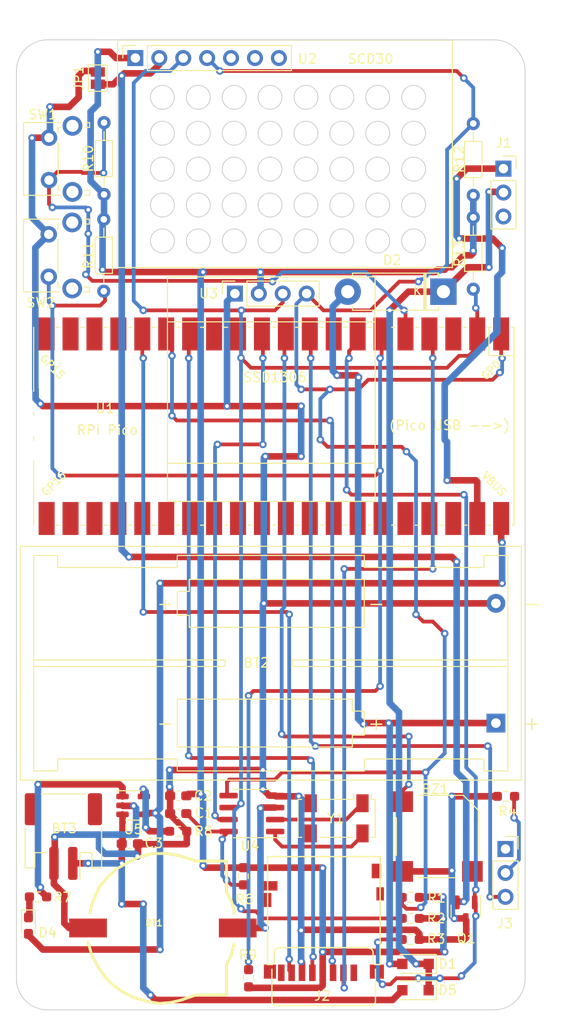
<source format=kicad_pcb>
(kicad_pcb (version 20211014) (generator pcbnew)
  (layers (0 "F.Cu" signal) (31 "B.Cu" signal) (34 "B.Paste" user) (35 "F.Paste" user) (36 "B.SilkS" user "B.Silkscreen") (37 "F.SilkS" user "F.Silkscreen") (38 "B.Mask" user) (39 "F.Mask" user) (44 "Edge.Cuts" user))
  (net 0 "")
  (net 2 "BUZZER")
  (net 6 "SD_CS")
  (net 7 "MOSI")
  (net 31 "+3V3")
  (net 32 "GND")
  (net 33 "SCK")
  (net 34 "MISO")
  (net 36 "Net-(J3-Pad2)")
  (net 37 "WRITE_EN")
  (net 38 "SCD30_EN")
  (net 39 "SCD30_GND")
  (net 40 "BUT_A")
  (net 41 "BUT_B")
  (net 42 "Net-(U4-Pad1)")
  (net 43 "Net-(U4-Pad2)")
  (net 46 "Net-(BT1-Pad1)")
  (net 47 "VSYS")
  (net 48 "SDA")
  (net 49 "SCL")
  (net 52 "RTC_INT")
  (net 53 "VBAT_AAA")
  (net 54 "VBAT_LIPO")
  (net 55 "Net-(C1-Pad1)")
  (net 56 "Net-(D4-Pad1)")
  (net 57 "VBUS")
  (net 58 "Net-(R7-Pad2)")
  (net 59 "Net-(R8-Pad1)")
  (net 63 "Net-(D1-Pad1)")
  (footprint "picoco2:DM3D-SF_outline" (layer "F.Cu") (at 32.6136 98.113)
    (fp_text reference "J2")
    (fp_text value "Micro_SD_Card" hide)
  )
  (footprint "Package_SO:SOIC-8_3.9x4.9mm_P1.27mm" (layer "F.Cu") (at 24.9936 82.0928 180)
    (fp_text reference "U4")
    (fp_text value "PCF8523T")
  )
  (footprint "Capacitor_SMD:C_0603_1608Metric_Pad1.08x0.95mm_HandSolder" (layer "F.Cu") (at 17.1704 80.2132 180)
    (fp_text reference "C2")
    (fp_text value "10uF")
  )
  (footprint "Resistor_THT:R_Axial_DIN0204_L3.6mm_D1.6mm_P7.62mm_Horizontal" (layer "F.Cu") (at 48.5 18.8368 -90)
    (fp_text reference "R13")
    (fp_text value "4.7K")
  )
  (footprint "Connector_PinSocket_2.54mm:PinSocket_1x03_P2.54mm_Vertical" (layer "F.Cu") (at 51.9172 85.852)
    (fp_text reference "J3")
    (fp_text value "Conn_01x03_Female")
  )
  (footprint "Capacitor_SMD:C_0603_1608Metric_Pad1.08x0.95mm_HandSolder" (layer "F.Cu") (at 17.1704 82.0928 180)
    (fp_text reference "C1")
    (fp_text value "10uF")
  )
  (footprint "MountingHole:MountingHole_3.2mm_M3" (layer "F.Cu") (at 50.5 3.4)
    (fp_text reference "H3" hide)
    (fp_text value "MountingHole")
  )
  (footprint "Battery:BatteryHolder_Keystone_2468_2xAAA" (layer "F.Cu") (at 50.9016 72.4916 180)
    (fp_text reference "BT2")
    (fp_text value "Battery")
  )
  (footprint "Button_Switch_THT:SW_Tactile_SPST_Angled_PTS645Vx31-2LFS" (layer "F.Cu") (at 3.4265 25.135 90)
    (fp_text reference "SW2")
    (fp_text value "SW_Push")
  )
  (footprint "MountingHole:MountingHole_3.2mm_M3" (layer "F.Cu") (at 50.5 99.4)
    (fp_text reference "H1" hide)
    (fp_text value "MountingHole")
  )
  (footprint "Resistor_SMD:R_0603_1608Metric_Pad0.98x0.95mm_HandSolder" (layer "F.Cu") (at 41.8592 95.4532)
    (fp_text reference "R3")
    (fp_text value "10K")
  )
  (footprint "picoco2:ssd1306_a" (layer "F.Cu") (at 23.19 26.924 90)
    (fp_text reference "U3")
    (fp_text value "ssd1306")
  )
  (footprint "Resistor_THT:R_Axial_DIN0204_L3.6mm_D1.6mm_P7.62mm_Horizontal" (layer "F.Cu") (at 9.271 19.05 -90)
    (fp_text reference "R11")
    (fp_text value "10K")
  )
  (footprint "Resistor_SMD:R_0603_1608Metric_Pad0.98x0.95mm_HandSolder" (layer "F.Cu") (at 17.1704 83.9724)
    (fp_text reference "R8")
    (fp_text value "10K")
  )
  (footprint "Package_TO_SOT_SMD:SOT-23" (layer "F.Cu") (at 47.7012 92.456 -90)
    (fp_text reference "Q1")
    (fp_text value "Q_NMOS_GDS")
  )
  (footprint "Resistor_SMD:R_0603_1608Metric_Pad0.98x0.95mm_HandSolder" (layer "F.Cu") (at 24.638 99.568 90)
    (fp_text reference "R9")
    (fp_text value "10K")
  )
  (footprint "Resistor_SMD:R_0603_1608Metric_Pad0.98x0.95mm_HandSolder" (layer "F.Cu") (at 24.0792 88.7476 90)
    (fp_text reference "R6")
    (fp_text value "1K")
  )
  (footprint "Package_TO_SOT_SMD:SOT-23-5" (layer "F.Cu") (at 12.3952 81.2292)
    (fp_text reference "U5")
    (fp_text value "MCP73831-2-OT")
  )
  (footprint "Diode_SMD:D_SOD-123F" (layer "F.Cu") (at 42.3672 98.044 180)
    (fp_text reference "D1")
    (fp_text value "D")
  )
  (footprint "Resistor_SMD:R_0603_1608Metric_Pad0.98x0.95mm_HandSolder" (layer "F.Cu") (at 2.286 90.932)
    (fp_text reference "R7")
    (fp_text value "1K")
  )
  (footprint "Resistor_THT:R_Axial_DIN0204_L3.6mm_D1.6mm_P7.62mm_Horizontal" (layer "F.Cu") (at 9.2964 16.4084 90)
    (fp_text reference "R10")
    (fp_text value "10K")
  )
  (footprint "Connector_JST:JST_PH_S2B-PH-SM4-TB_1x02-1MP_P2.00mm_Horizontal" (layer "F.Cu") (at 4.9784 84.5312 180)
    (fp_text reference "BT3")
    (fp_text value "Battery")
  )
  (footprint "picoco2:CR1220-2" (layer "F.Cu") (at 15.1998 94.2348)
    (fp_text reference "BT1")
    (fp_text value "CR1220")
  )
  (footprint "MountingHole:MountingHole_3.2mm_M3" (layer "F.Cu") (at 3.4 3.4)
    (fp_text reference "H2" hide)
    (fp_text value "MountingHole")
  )
  (footprint "RPi_Pico:RPi_PicoW_SMD" (layer "F.Cu") (at 27.3304 40.9956 -90)
    (fp_text reference "U1")
    (fp_text value "PicoW")
  )
  (footprint "Resistor_SMD:R_0603_1608Metric_Pad0.98x0.95mm_HandSolder" (layer "F.Cu") (at 51.9684 80.264 180)
    (fp_text reference "R4")
    (fp_text value "R")
  )
  (footprint "Connector_PinSocket_2.54mm:PinSocket_1x03_P2.54mm_Vertical" (layer "F.Cu") (at 51.7006 13.6642)
    (fp_text reference "J1")
    (fp_text value "Conn_01x03_Female")
  )
  (footprint "Resistor_SMD:R_0603_1608Metric_Pad0.98x0.95mm_HandSolder" (layer "F.Cu") (at 41.8592 90.9828 180)
    (fp_text reference "R1")
    (fp_text value "4.7K")
  )
  (footprint "Capacitor_SMD:C_0603_1608Metric_Pad1.08x0.95mm_HandSolder" (layer "F.Cu") (at 12.0396 85.2932)
    (fp_text reference "C3")
    (fp_text value "10uF")
  )
  (footprint "Jumper:SolderJumper-2_P1.3mm_Open_Pad1.0x1.5mm" (layer "F.Cu") (at 8.636 4.064 -90)
    (fp_text reference "JP1")
    (fp_text value "SolderJumper_2_Open")
  )
  (footprint "Resistor_SMD:R_0603_1608Metric_Pad0.98x0.95mm_HandSolder" (layer "F.Cu") (at 41.8592 93.218 180)
    (fp_text reference "R2")
    (fp_text value "4.7K")
  )
  (footprint "LED_SMD:LED_0603_1608Metric_Pad1.05x0.95mm_HandSolder" (layer "F.Cu") (at 1.27 93.98 -90)
    (fp_text reference "D4")
    (fp_text value "LED")
  )
  (footprint "Buzzer_Beeper:MagneticBuzzer_Kobitone_254-EMB84Q-RO" (layer "F.Cu") (at 44.704 84.5312)
    (fp_text reference "BZ1")
    (fp_text value "Buzzer")
  )
  (footprint "Crystal:Crystal_SMD_Abracon_ABS25-4Pin_8.0x3.8mm" (layer "F.Cu") (at 33.9852 82.6008 -90)
    (fp_text reference "Y1")
    (fp_text value "32KHz")
  )
  (footprint "Button_Switch_THT:SW_Tactile_SPST_Angled_PTS645Vx31-2LFS" (layer "F.Cu") (at 3.4544 14.8844 90)
    (fp_text reference "SW1")
    (fp_text value "SW_Push")
  )
  (footprint "Resistor_THT:R_Axial_DIN0204_L3.6mm_D1.6mm_P7.62mm_Horizontal" (layer "F.Cu") (at 48.5 16.5 90)
    (fp_text reference "R12")
    (fp_text value "4.7K")
  )
  (footprint "MountingHole:MountingHole_3.2mm_M3" (layer "F.Cu") (at 3.4 99.4)
    (fp_text reference "H4" hide)
    (fp_text value "MountingHole")
  )
  (footprint "picoco2:scd30_a" (layer "F.Cu") (at 12.6238 1.9304 90)
    (fp_text reference "U2")
    (fp_text value "scd30")
  )
  (footprint "Diode_SMD:D_SOD-123F" (layer "F.Cu") (at 42.3672 100.838 180)
    (fp_text reference "D5")
    (fp_text value "D")
  )
  (footprint "Diode_THT:D_5W_P10.16mm_Horizontal" (layer "F.Cu") (at 45.33 26.7208 180)
    (fp_text reference "D2")
    (fp_text value "D")
  )
  (gr_circle (center 38.354 9.906) (end 38.354 11.176) (layer "Edge.Cuts") (width 0.1) (fill none))
  (gr_circle (center 15.494 21.336) (end 15.494 22.606) (layer "Edge.Cuts") (width 0.1) (fill none))
  (gr_circle (center 26.924 17.526) (end 26.924 18.796) (layer "Edge.Cuts") (width 0.1) (fill none))
  (gr_circle (center 23.114 13.716) (end 23.114 14.986) (layer "Edge.Cuts") (width 0.1) (fill none))
  (gr_arc (start 50.698 0) (mid 53.032867 0.967133) (end 54 3.302) (layer "Edge.Cuts") (width 0.1))
  (gr_circle (center 15.494 13.716) (end 15.494 14.986) (layer "Edge.Cuts") (width 0.1) (fill none))
  (gr_circle (center 26.924 21.336) (end 26.924 22.606) (layer "Edge.Cuts") (width 0.1) (fill none))
  (gr_circle (center 15.494 17.526) (end 15.494 18.796) (layer "Edge.Cuts") (width 0.1) (fill none))
  (gr_circle (center 30.734 9.906) (end 30.734 11.176) (layer "Edge.Cuts") (width 0.1) (fill none))
  (gr_circle (center 15.494 9.906) (end 15.494 11.176) (layer "Edge.Cuts") (width 0.1) (fill none))
  (gr_circle (center 42.164 9.906) (end 42.164 11.176) (layer "Edge.Cuts") (width 0.1) (fill none))
  (gr_line (start 50.698 0) (end 3.300067 -0.001933) (layer "Edge.Cuts") (width 0.1))
  (gr_circle (center 19.304 6.096) (end 19.304 7.366) (layer "Edge.Cuts") (width 0.1) (fill none))
  (gr_circle (center 30.734 21.336) (end 30.734 22.606) (layer "Edge.Cuts") (width 0.1) (fill none))
  (gr_circle (center 30.734 6.096) (end 30.734 7.366) (layer "Edge.Cuts") (width 0.1) (fill none))
  (gr_circle (center 42.164 17.526) (end 42.164 18.796) (layer "Edge.Cuts") (width 0.1) (fill none))
  (gr_circle (center 23.114 21.336) (end 23.114 22.606) (layer "Edge.Cuts") (width 0.1) (fill none))
  (gr_circle (center 34.544 17.526) (end 34.544 18.796) (layer "Edge.Cuts") (width 0.1) (fill none))
  (gr_circle (center 34.544 13.716) (end 34.544 14.986) (layer "Edge.Cuts") (width 0.1) (fill none))
  (gr_circle (center 34.544 21.336) (end 34.544 22.606) (layer "Edge.Cuts") (width 0.1) (fill none))
  (gr_line (start -0.001933 3.300067) (end 0 99.6188) (layer "Edge.Cuts") (width 0.1))
  (gr_circle (center 19.304 17.526) (end 19.304 18.796) (layer "Edge.Cuts") (width 0.1) (fill none))
  (gr_circle (center 26.924 13.716) (end 26.924 14.986) (layer "Edge.Cuts") (width 0.1) (fill none))
  (gr_circle (center 34.544 6.096) (end 34.544 7.366) (layer "Edge.Cuts") (width 0.1) (fill none))
  (gr_circle (center 42.164 21.336) (end 42.164 22.606) (layer "Edge.Cuts") (width 0.1) (fill none))
  (gr_circle (center 23.114 17.526) (end 23.114 18.796) (layer "Edge.Cuts") (width 0.1) (fill none))
  (gr_circle (center 26.924 6.096) (end 26.924 7.366) (layer "Edge.Cuts") (width 0.1) (fill none))
  (gr_circle (center 42.164 13.716) (end 42.164 14.986) (layer "Edge.Cuts") (width 0.1) (fill none))
  (gr_line (start 3.302 102.9208) (end 50.708333 102.9208) (layer "Edge.Cuts") (width 0.1))
  (gr_circle (center 30.734 13.716) (end 30.734 14.986) (layer "Edge.Cuts") (width 0.1) (fill none))
  (gr_circle (center 19.304 9.906) (end 19.304 11.176) (layer "Edge.Cuts") (width 0.1) (fill none))
  (gr_circle (center 30.734 17.526) (end 30.734 18.796) (layer "Edge.Cuts") (width 0.1) (fill none))
  (gr_circle (center 38.354 21.336) (end 38.354 22.606) (layer "Edge.Cuts") (width 0.1) (fill none))
  (gr_circle (center 19.304 21.336) (end 19.304 22.606) (layer "Edge.Cuts") (width 0.1) (fill none))
  (gr_circle (center 26.924 9.906) (end 26.924 11.176) (layer "Edge.Cuts") (width 0.1) (fill none))
  (gr_circle (center 38.354 17.526) (end 38.354 18.796) (layer "Edge.Cuts") (width 0.1) (fill none))
  (gr_arc (start 54 99.6188) (mid 53.039544 101.953032) (end 50.708333 102.9208) (layer "Edge.Cuts") (width 0.1))
  (gr_arc (start 3.302 102.9208) (mid 0.967133 101.953667) (end 0 99.6188) (layer "Edge.Cuts") (width 0.1))
  (gr_circle (center 38.354 6.096) (end 38.354 7.366) (layer "Edge.Cuts") (width 0.1) (fill none))
  (gr_arc (start -0.001933 3.300067) (mid 0.9652 0.9652) (end 3.300067 -0.001933) (layer "Edge.Cuts") (width 0.1))
  (gr_line (start 54 99.6188) (end 54 3.302) (layer "Edge.Cuts") (width 0.1))
  (gr_circle (center 23.114 6.096) (end 23.114 7.366) (layer "Edge.Cuts") (width 0.1) (fill none))
  (gr_circle (center 38.354 13.716) (end 38.354 14.986) (layer "Edge.Cuts") (width 0.1) (fill none))
  (gr_circle (center 19.304 13.716) (end 19.304 14.986) (layer "Edge.Cuts") (width 0.1) (fill none))
  (gr_circle (center 42.164 6.096) (end 42.164 7.366) (layer "Edge.Cuts") (width 0.1) (fill none))
  (gr_circle (center 23.114 9.906) (end 23.114 11.176) (layer "Edge.Cuts") (width 0.1) (fill none))
  (gr_circle (center 34.544 9.906) (end 34.544 11.176) (layer "Edge.Cuts") (width 0.1) (fill none))
  (gr_circle (center 15.494 6.096) (end 15.494 7.366) (layer "Edge.Cuts") (width 0.1) (fill none))
  (gr_text "RPi Pico" (at 9.652 41.402) (layer "F.SilkS") (effects (font (size 1 1))))
  (gr_text "(Pico USB -->)" (at 45.974 40.894) (layer "F.SilkS") (effects (font (size 1 1))))
  (gr_text "SSD1306" (at 27.432 35.814) (layer "F.SilkS") (effects (font (size 1 1))))
  (gr_text "SCD30" (at 37.592 2.032) (layer "F.SilkS") (effects (font (size 1 1))))
  (segment (start 28.4105 73.914) (end 28.1565 73.66) (width 0.4) (layer "F.Cu") (net 2))
  (segment (start 41.004 80.8312) (end 41.004 79.646) (width 0.4) (layer "F.Cu") (net 2))
  (segment (start 41.004 79.646) (end 41.656 78.994) (width 0.4) (layer "F.Cu") (net 2))
  (segment (start 28.448 33.782) (end 28.448 32.258) (width 0.4) (layer "F.Cu") (net 2))
  (segment (start 41.656 73.914) (end 28.4105 73.914) (width 0.4) (layer "F.Cu") (net 2))
  (segment (start 28.448 32.258) (end 28.6004 32.1056) (width 0.4) (layer "F.Cu") (net 2))
  (via (at 41.656 78.994) (size 0.8) (drill 0.4) (layers "F.Cu" "B.Cu") (net 2))
  (via (at 28.448 33.782) (size 0.8) (drill 0.4) (layers "F.Cu" "B.Cu") (net 2))
  (via (at 41.656 73.914) (size 0.8) (drill 0.4) (layers "F.Cu" "B.Cu") (net 2))
  (via (at 28.1565 73.66) (size 0.8) (drill 0.4) (layers "F.Cu" "B.Cu") (net 2))
  (segment (start 28.1565 60.4895) (end 28.448 60.198) (width 0.4) (layer "B.Cu") (net 2))
  (segment (start 28.1565 73.66) (end 28.1565 60.4895) (width 0.4) (layer "B.Cu") (net 2))
  (segment (start 28.448 60.198) (end 28.448 33.782) (width 0.4) (layer "B.Cu") (net 2))
  (segment (start 41.656 78.994) (end 41.656 73.914) (width 0.4) (layer "B.Cu") (net 2))
  (segment (start 44.196 32.4612) (end 43.8404 32.1056) (width 0.4) (layer "F.Cu") (net 6))
  (segment (start 34.7136 100.4996) (end 34.798 100.584) (width 0.4) (layer "F.Cu") (net 6))
  (segment (start 34.798 56.134) (end 44.196 56.134) (width 0.4) (layer "F.Cu") (net 6))
  (segment (start 34.7136 98.988) (end 34.7136 100.4996) (width 0.4) (layer "F.Cu") (net 6))
  (segment (start 44.196 33.782) (end 44.196 32.4612) (width 0.4) (layer "F.Cu") (net 6))
  (via (at 44.196 33.782) (size 0.8) (drill 0.4) (layers "F.Cu" "B.Cu") (net 6))
  (via (at 44.196 56.134) (size 0.8) (drill 0.4) (layers "F.Cu" "B.Cu") (net 6))
  (via (at 34.798 56.134) (size 0.8) (drill 0.4) (layers "F.Cu" "B.Cu") (net 6))
  (via (at 34.798 100.584) (size 0.8) (drill 0.4) (layers "F.Cu" "B.Cu") (net 6))
  (segment (start 34.798 100.584) (end 34.798 91.44) (width 0.4) (layer "B.Cu") (net 6))
  (segment (start 34.798 91.44) (end 34.798 56.134) (width 0.4) (layer "B.Cu") (net 6))
  (segment (start 44.196 56.134) (end 44.196 33.782) (width 0.4) (layer "B.Cu") (net 6))
  (segment (start 33.274 40.386) (end 17.018 40.386) (width 0.4) (layer "F.Cu") (net 7))
  (segment (start 17.018 40.386) (end 16.51 39.878) (width 0.4) (layer "F.Cu") (net 7))
  (segment (start 16.51 32.7152) (end 15.9004 32.1056) (width 0.4) (layer "F.Cu") (net 7))
  (segment (start 33.6136 98.988) (end 33.6136 97.8091) (width 0.4) (layer "F.Cu") (net 7))
  (segment (start 16.51 33.528) (end 16.51 32.7152) (width 0.4) (layer "F.Cu") (net 7))
  (segment (start 33.6136 97.8091) (end 33.528 97.7235) (width 0.4) (layer "F.Cu") (net 7))
  (via (at 33.274 40.386) (size 0.8) (drill 0.4) (layers "F.Cu" "B.Cu") (net 7))
  (via (at 16.51 39.878) (size 0.8) (drill 0.4) (layers "F.Cu" "B.Cu") (net 7))
  (via (at 16.51 33.528) (size 0.8) (drill 0.4) (layers "F.Cu" "B.Cu") (net 7))
  (via (at 33.528 97.7235) (size 0.8) (drill 0.4) (layers "F.Cu" "B.Cu") (net 7))
  (segment (start 33.528 92.71) (end 33.528 40.64) (width 0.4) (layer "B.Cu") (net 7))
  (segment (start 33.528 40.64) (end 33.274 40.386) (width 0.4) (layer "B.Cu") (net 7))
  (segment (start 16.51 39.878) (end 16.51 33.528) (width 0.4) (layer "B.Cu") (net 7))
  (segment (start 33.528 97.7235) (end 33.528 92.71) (width 0.4) (layer "B.Cu") (net 7))
  (segment (start 9.398 24.638) (end 9.144 24.384) (width 0.7) (layer "F.Cu") (net 31))
  (segment (start 42.7717 93.218) (end 45.280967 93.218) (width 0.7) (layer "F.Cu") (net 31))
  (segment (start 32.258 100.584) (end 24.7415 100.584) (width 0.7) (layer "F.Cu") (net 31))
  (segment (start 20.0171 87.8351) (end 19.812 87.63) (width 0.7) (layer "F.Cu") (net 31))
  (segment (start 44.704 24.384) (end 45.466 24.384) (width 0.7) (layer "F.Cu") (net 31))
  (segment (start 45.280967 93.218) (end 45.327225 93.264258) (width 0.7) (layer "F.Cu") (net 31))
  (segment (start 19.558 80.01) (end 18.2361 80.01) (width 0.7) (layer "F.Cu") (net 31))
  (segment (start 24.7415 100.584) (end 24.638 100.4805) (width 0.7) (layer "F.Cu") (net 31))
  (segment (start 47.498 22.86) (end 48.26 22.86) (width 0.7) (layer "F.Cu") (net 31))
  (segment (start 18.2361 80.01) (end 18.0329 80.2132) (width 0.7) (layer "F.Cu") (net 31))
  (segment (start 48.5 22.62) (end 48.5 22.366) (width 0.7) (layer "F.Cu") (net 31))
  (segment (start 44.45 24.638) (end 44.704 24.384) (width 0.7) (layer "F.Cu") (net 31))
  (segment (start 48.26 22.86) (end 48.5 22.62) (width 0.7) (layer "F.Cu") (net 31))
  (segment (start 45.466 96.774) (end 32.512 96.774) (width 0.7) (layer "F.Cu") (net 31))
  (segment (start 32.512 97.536) (end 32.512 96.774) (width 0.7) (layer "F.Cu") (net 31))
  (segment (start 32.5136 97.5376) (end 32.512 97.536) (width 0.7) (layer "F.Cu") (net 31))
  (segment (start 24.0792 87.8351) (end 20.0171 87.8351) (width 0.7) (layer "F.Cu") (net 31))
  (segment (start 24.0792 87.8351) (end 32.4631 87.8351) (width 0.7) (layer "F.Cu") (net 31))
  (segment (start 45.2785 90.932) (end 42.8225 90.932) (width 0.7) (layer "F.Cu") (net 31))
  (segment (start 32.5136 98.988) (end 32.5136 97.5376) (width 0.7) (layer "F.Cu") (net 31))
  (segment (start 32.5136 98.988) (end 32.5136 100.3284) (width 0.7) (layer "F.Cu") (net 31))
  (segment (start 12.6238 1.9304) (end 10.5664 1.9304) (width 0.7) (layer "F.Cu") (net 31))
  (segment (start 32.5136 100.3284) (end 32.258 100.584) (width 0.7) (layer "F.Cu") (net 31))
  (segment (start 42.8225 90.932) (end 42.7717 90.9828) (width 0.7) (layer "F.Cu") (net 31))
  (segment (start 45.72 24.13) (end 46.228 24.13) (width 0.7) (layer "F.Cu") (net 31))
  (segment (start 32.4631 87.8351) (end 32.512 87.884) (width 0.7) (layer "F.Cu") (net 31))
  (segment (start 45.466 24.384) (end 45.72 24.13) (width 0.7) (layer "F.Cu") (net 31))
  (segment (start 9.906 1.27) (end 8.636 1.27) (width 0.7) (layer "F.Cu") (net 31))
  (segment (start 46.228 24.13) (end 47.498 22.86) (width 0.7) (layer "F.Cu") (net 31))
  (segment (start 19.812 24.638) (end 9.398 24.638) (width 0.7) (layer "F.Cu") (net 31))
  (segment (start 9.4488 16.256) (end 9.2964 16.4084) (width 0.7) (layer "F.Cu") (net 31))
  (segment (start 19.812 24.638) (end 44.45 24.638) (width 0.7) (layer "F.Cu") (net 31))
  (segment (start 10.5664 1.9304) (end 9.906 1.27) (width 0.7) (layer "F.Cu") (net 31))
  (via (at 45.327225 93.264258) (size 0.8) (drill 0.4) (layers "F.Cu" "B.Cu") (net 31))
  (via (at 25.908 24.638) (size 0.8) (drill 0.4) (layers "F.Cu" "B.Cu") (net 31))
  (via (at 32.512 96.774) (size 0.8) (drill 0.4) (layers "F.Cu" "B.Cu") (net 31))
  (via (at 45.2785 90.932) (size 0.8) (drill 0.4) (layers "F.Cu" "B.Cu") (net 31))
  (via (at 19.812 87.63) (size 0.8) (drill 0.4) (layers "F.Cu" "B.Cu") (net 31))
  (via (at 9.144 24.384) (size 0.8) (drill 0.4) (layers "F.Cu" "B.Cu") (net 31))
  (via (at 45.466 96.774) (size 0.8) (drill 0.4) (layers "F.Cu" "B.Cu") (net 31))
  (via (at 19.812 24.638) (size 0.8) (drill 0.4) (layers "F.Cu" "B.Cu") (net 31))
  (via (at 19.558 80.01) (size 0.8) (drill 0.4) (layers "F.Cu" "B.Cu") (net 31))
  (via (at 8.636 1.27) (size 0.8) (drill 0.4) (layers "F.Cu" "B.Cu") (net 31))
  (via (at 32.512 87.884) (size 0.8) (drill 0.4) (layers "F.Cu" "B.Cu") (net 31))
  (via (at 48.5 22.366) (size 0.8) (drill 0.4) (layers "F.Cu" "B.Cu") (net 31))
  (segment (start 7.874 7.62) (end 7.874 14.986) (width 0.7) (layer "B.Cu") (net 31))
  (segment (start 48.5 18.8368) (end 48.5 22.366) (width 0.7) (layer "B.Cu") (net 31))
  (segment (start 48.5 18.8368) (end 48.5 16.5) (width 0.7) (layer "B.Cu") (net 31))
  (segment (start 9.2964 19.0246) (end 9.271 19.05) (width 0.7) (layer "B.Cu") (net 31))
  (segment (start 19.812 87.63) (end 19.812 80.264) (width 0.7) (layer "B.Cu") (net 31))
  (segment (start 19.558 24.638) (end 19.812 24.638) (width 0.7) (layer "B.Cu") (net 31))
  (segment (start 45.327225 90.980725) (end 45.2785 90.932) (width 0.7) (layer "B.Cu") (net 31))
  (segment (start 45.327225 93.264258) (end 45.327225 96.635225) (width 0.7) (layer "B.Cu") (net 31))
  (segment (start 45.327225 96.635225) (end 45.466 96.774) (width 0.7) (layer "B.Cu") (net 31))
  (segment (start 8.636 6.858) (end 7.874 7.62) (width 0.7) (layer "B.Cu") (net 31))
  (segment (start 25.908 27.178) (end 25.73 27) (width 0.4) (layer "B.Cu") (net 31))
  (segment (start 25.908 24.638) (end 25.908 26.746) (width 0.7) (layer "B.Cu") (net 31))
  (segment (start 8.636 1.27) (end 8.636 6.858) (width 0.7) (layer "B.Cu") (net 31))
  (segment (start 19.812 80.264) (end 19.558 80.01) (width 0.7) (layer "B.Cu") (net 31))
  (segment (start 7.874 14.986) (end 9.2964 16.4084) (width 0.7) (layer "B.Cu") (net 31))
  (segment (start 45.327225 93.264258) (end 45.327225 90.980725) (width 0.7) (layer "B.Cu") (net 31))
  (segment (start 19.558 80.01) (end 19.558 24.638) (width 0.7) (layer "B.Cu") (net 31))
  (segment (start 9.144 19.177) (end 9.271 19.05) (width 0.7) (layer "B.Cu") (net 31))
  (segment (start 9.144 24.384) (end 9.144 19.177) (width 0.7) (layer "B.Cu") (net 31))
  (segment (start 9.2964 16.4084) (end 9.2964 19.0246) (width 0.7) (layer "B.Cu") (net 31))
  (segment (start 32.512 96.774) (end 32.512 87.884) (width 0.7) (layer "B.Cu") (net 31))
  (segment (start 25.908 26.746) (end 25.73 26.924) (width 0.7) (layer "B.Cu") (net 31))
  (segment (start 50.9016 59.7916) (end 26.2636 59.7916) (width 0.7) (layer "F.Cu") (net 32))
  (segment (start 4.064 87.2956) (end 3.9784 87.3812) (width 0.7) (layer "F.Cu") (net 32))
  (segment (start 11.3085 81.28) (end 11.2577 81.2292) (width 0.7) (layer "F.Cu") (net 32))
  (segment (start 6.604 6.096) (end 6.604 3.81) (width 0.7) (layer "F.Cu") (net 32))
  (segment (start 26.8478 80.1878) (end 26.162 79.502) (width 0.7) (layer "F.Cu") (net 32))
  (segment (start 46.228 80.264) (end 51.0559 80.264) (width 0.7) (layer "F.Cu") (net 32))
  (segment (start 3.9784 89.5764) (end 5.08 90.678) (width 0.7) (layer "F.Cu") (net 32))
  (segment (start 47.5257 93.218) (end 47.7012 93.3935) (width 0.7) (layer "F.Cu") (net 32))
  (segment (start 18.034 85.344) (end 12.9529 85.344) (width 0.7) (layer "F.Cu") (net 32))
  (segment (start 22.352 38.862) (end 2.794 38.862) (width 0.7) (layer "F.Cu") (net 32))
  (segment (start 12.9021 86.5389) (end 12.827 86.614) (width 0.7) (layer "F.Cu") (net 32))
  (segment (start 42.3582 94.4282) (end 30.2858 94.4282) (width 0.7) (layer "F.Cu") (net 32))
  (segment (start 5.08 93.726) (end 5.5888 94.2348) (width 0.7) (layer "F.Cu") (net 32))
  (segment (start 6.604 3.81) (end 7.112 3.302) (width 0.7) (layer "F.Cu") (net 32))
  (segment (start 26.416 44.196) (end 30.226 44.196) (width 0.7) (layer "F.Cu") (net 32))
  (segment (start 27.4686 80.1878) (end 26.8478 80.1878) (width 0.7) (layer "F.Cu") (net 32))
  (segment (start 18.0829 85.2951) (end 18.034 85.344) (width 0.7) (layer "F.Cu") (net 32))
  (segment (start 41.004 88.2312) (end 46.1348 88.2312) (width 0.7) (layer "F.Cu") (net 32))
  (segment (start 29.972 80.264) (end 27.5448 80.264) (width 0.7) (layer "F.Cu") (net 32))
  (segment (start 12.446 81.28) (end 11.3085 81.28) (width 0.7) (layer "F.Cu") (net 32))
  (segment (start 3.4544 10.3844) (end 1.6806 10.3844) (width 0.7) (layer "F.Cu") (net 32))
  (segment (start 7.112 3.302) (end 8.524 3.302) (width 0.7) (layer "F.Cu") (net 32))
  (segment (start 30.3136 98.988) (end 30.3136 97.8776) (width 0.7) (layer "F.Cu") (net 32))
  (segment (start 12.9529 85.344) (end 12.9021 85.2932) (width 0.7) (layer "F.Cu") (net 32))
  (segment (start 47.752 95.25) (end 47.752 93.4443) (width 0.7) (layer "F.Cu") (net 32))
  (segment (start 5.5888 94.2348) (end 7.5998 94.2348) (width 0.7) (layer "F.Cu") (net 32))
  (segment (start 16.256 77.47) (end 26.162 77.47) (width 0.7) (layer "F.Cu") (net 32))
  (segment (start 42.7717 95.4532) (end 47.5488 95.4532) (width 0.7) (layer "F.Cu") (net 32))
  (segment (start 27.5448 80.264) (end 27.4686 80.1878) (width 0.7) (layer "F.Cu") (net 32))
  (segment (start 42.7717 95.4532) (end 42.7717 94.8417) (width 0.7) (layer "F.Cu") (net 32))
  (segment (start 2.794 38.862) (end 2.54 38.608) (width 0.7) (layer "F.Cu") (net 32))
  (segment (start 30.2858 94.4282) (end 30.226 94.488) (width 0.7) (layer "F.Cu") (net 32))
  (segment (start 42.7717 94.8417) (end 42.3582 94.4282) (width 0.7) (layer "F.Cu") (net 32))
  (segment (start 16.3079 82.0928) (end 16.3079 82.1974) (width 0.7) (layer "F.Cu") (net 32))
  (segment (start 16.3079 82.1974) (end 18.0829 83.9724) (width 0.7) (layer "F.Cu") (net 32))
  (segment (start 12.9021 85.2932) (end 12.9021 86.5389) (width 0.7) (layer "F.Cu") (net 32))
  (segment (start 4.064 84.582) (end 4.064 87.2956) (width 0.7) (layer "F.Cu") (net 32))
  (segment (start 3.556 7.112) (end 5.588 7.112) (width 0.7) (layer "F.Cu") (net 32))
  (segment (start 46.1348 88.2312) (end 46.228 88.138) (width 0.7) (layer "F.Cu") (net 32))
  (segment (start 5.588 7.112) (end 6.604 6.096) (width 0.7) (layer "F.Cu") (net 32))
  (segment (start 30.226 38.862) (end 22.352 38.862) (width 0.7) (layer "F.Cu") (net 32))
  (segment (start 46.482 93.218) (end 47.5257 93.218) (width 0.7) (layer "F.Cu") (net 32))
  (segment (start 3.9784 87.3812) (end 3.9784 89.5764) (width 0.7) (layer "F.Cu") (net 32))
  (segment (start 1.6806 10.3844) (end 1.651 10.414) (width 0.7) (layer "F.Cu") (net 32))
  (segment (start 47.752 93.4443) (end 47.7012 93.3935) (width 0.7) (layer "F.Cu") (net 32))
  (segment (start 3.3605 20.701) (end 3.4265 20.635) (width 0.7) (layer "F.Cu") (net 32))
  (segment (start 5.08 90.678) (end 5.08 93.726) (width 0.7) (layer "F.Cu") (net 32))
  (segment (start 47.5488 95.4532) (end 47.752 95.25) (width 0.7) (layer "F.Cu") (net 32))
  (segment (start 16.3079 80.2132) (end 16.3079 82.0928) (width 0.7) (layer "F.Cu") (net 32))
  (segment (start 16.3079 80.2132) (end 16.3079 79.2999) (width 0.7) (layer "F.Cu") (net 32))
  (segment (start 18.0829 83.9724) (end 18.0829 85.2951) (width 0.7) (layer "F.Cu") (net 32))
  (segment (start 8.524 3.302) (end 8.636 3.414) (width 0.7) (layer "F.Cu") (net 32))
  (segment (start 16.3079 79.2999) (end 16.256 79.248) (width 0.7) (layer "F.Cu") (net 32))
  (segment (start 30.3136 97.8776) (end 30.226 97.79) (width 0.7) (layer "F.Cu") (net 32))
  (via (at 1.651 10.414) (size 0.8) (drill 0.4) (layers "F.Cu" "B.Cu") (net 32))
  (via (at 30.226 44.196) (size 0.8) (drill 0.4) (layers "F.Cu" "B.Cu") (net 32))
  (via (at 2.54 38.608) (size 0.8) (drill 0.4) (layers "F.Cu" "B.Cu") (net 32))
  (via (at 30.226 94.488) (size 0.8) (drill 0.4) (layers "F.Cu" "B.Cu") (net 32))
  (via (at 46.482 93.218) (size 0.8) (drill 0.4) (layers "F.Cu" "B.Cu") (net 32))
  (via (at 26.162 79.502) (size 0.8) (drill 0.4) (layers "F.Cu" "B.Cu") (net 32))
  (via (at 16.256 77.47) (size 0.8) (drill 0.4) (layers "F.Cu" "B.Cu") (net 32))
  (via (at 22.352 38.862) (size 0.8) (drill 0.4) (layers "F.Cu" "B.Cu") (net 32))
  (via (at 29.972 80.264) (size 0.8) (drill 0.4) (layers "F.Cu" "B.Cu") (net 32))
  (via (at 3.556 7.112) (size 0.8) (drill 0.4) (layers "F.Cu" "B.Cu") (net 32))
  (via (at 26.2636 59.7916) (size 0.8) (drill 0.4) (layers "F.Cu" "B.Cu") (net 32))
  (via (at 46.228 80.264) (size 0.8) (drill 0.4) (layers "F.Cu" "B.Cu") (net 32))
  (via (at 26.416 44.196) (size 0.8) (drill 0.4) (layers "F.Cu" "B.Cu") (net 32))
  (via (at 30.226 97.79) (size 0.8) (drill 0.4) (layers "F.Cu" "B.Cu") (net 32))
  (via (at 30.226 38.862) (size 0.8) (drill 0.4) (layers "F.Cu" "B.Cu") (net 32))
  (via (at 26.162 77.47) (size 0.8) (drill 0.4) (layers "F.Cu" "B.Cu") (net 32))
  (via (at 12.827 86.614) (size 0.8) (drill 0.4) (layers "F.Cu" "B.Cu") (net 32))
  (via (at 16.256 79.248) (size 0.8) (drill 0.4) (layers "F.Cu" "B.Cu") (net 32))
  (via (at 4.064 84.582) (size 0.8) (drill 0.4) (layers "F.Cu" "B.Cu") (net 32))
  (via (at 46.228 88.138) (size 0.8) (drill 0.4) (layers "F.Cu" "B.Cu") (net 32))
  (via (at 12.446 81.28) (size 0.8) (drill 0.4) (layers "F.Cu" "B.Cu") (net 32))
  (segment (start 4.318 84.328) (end 4.064 84.582) (width 0.7) (layer "B.Cu") (net 32))
  (segment (start 8.763 85.725) (end 8.763 84.328) (width 0.7) (layer "B.Cu") (net 32))
  (segment (start 16.256 79.248) (end 16.256 77.47) (width 0.7) (layer "B.Cu") (net 32))
  (segment (start 26.2636 59.7916) (end 26.2636 44.3484) (width 0.7) (layer "B.Cu") (net 32))
  (segment (start 3.556 7.112) (end 3.556 10.2828) (width 0.7) (layer "B.Cu") (net 32))
  (segment (start 8.763 84.328) (end 4.318 84.328) (width 0.7) (layer "B.Cu") (net 32))
  (segment (start 3.4265 20.635) (end 2.0015 22.06) (width 0.7) (layer "B.Cu") (net 32))
  (segment (start 1.651 10.414) (end 1.651 18.8595) (width 0.7) (layer "B.Cu") (net 32))
  (segment (start 30.226 44.196) (end 30.226 38.862) (width 0.7) (layer "B.Cu") (net 32))
  (segment (start 2.0015 22.06) (end 2.0015 37.0535) (width 0.7) (layer "B.Cu") (net 32))
  (segment (start 26.162 79.502) (end 26.162 77.47) (width 0.7) (layer "B.Cu") (net 32))
  (segment (start 22.352 38.862) (end 22.352 27.762) (width 0.7) (layer "B.Cu") (net 32))
  (segment (start 3.556 10.2828) (end 3.4544 10.3844) (width 0.7) (layer "B.Cu") (net 32))
  (segment (start 12.7 84.328) (end 12.7 81.534) (width 0.7) (layer "B.Cu") (net 32))
  (segment (start 12.827 86.614) (end 12.573 86.36) (width 0.7) (layer "B.Cu") (net 32))
  (segment (start 12.573 86.36) (end 9.398 86.36) (width 0.7) (layer "B.Cu") (net 32))
  (segment (start 30.226 80.518) (end 29.972 80.264) (width 0.7) (layer "B.Cu") (net 32))
  (segment (start 26.162 77.47) (end 26.162 59.8932) (width 0.7) (layer "B.Cu") (net 32))
  (segment (start 46.228 92.964) (end 46.482 93.218) (width 0.7) (layer "B.Cu") (net 32))
  (segment (start 46.228 88.138) (end 46.228 80.264) (width 0.7) (layer "B.Cu") (net 32))
  (segment (start 12.7 81.534) (end 12.446 81.28) (width 0.7) (layer "B.Cu") (net 32))
  (segment (start 2.0015 37.0535) (end 2.032 37.084) (width 0.7) (layer "B.Cu") (net 32))
  (segment (start 26.2636 44.3484) (end 26.416 44.196) (width 0.7) (layer "B.Cu") (net 32))
  (segment (start 2.032 38.1) (end 2.54 38.608) (width 0.7) (layer "B.Cu") (net 32))
  (segment (start 26.162 59.8932) (end 26.2636 59.7916) (width 0.7) (layer "B.Cu") (net 32))
  (segment (start 2.032 37.084) (end 2.032 38.1) (width 0.7) (layer "B.Cu") (net 32))
  (segment (start 12.7 84.328) (end 8.763 84.328) (width 0.7) (layer "B.Cu") (net 32))
  (segment (start 1.651 18.8595) (end 3.4265 20.635) (width 0.7) (layer "B.Cu") (net 32))
  (segment (start 9.398 86.36) (end 8.763 85.725) (width 0.7) (layer "B.Cu") (net 32))
  (segment (start 22.352 27.762) (end 23.19 26.924) (width 0.7) (layer "B.Cu") (net 32))
  (segment (start 23.19 27) (end 23.19 27.102) (width 0.4) (layer "B.Cu") (net 32))
  (segment (start 30.226 97.79) (end 30.226 80.518) (width 0.7) (layer "B.Cu") (net 32))
  (segment (start 46.228 88.138) (end 46.228 92.964) (width 0.7) (layer "B.Cu") (net 32))
  (segment (start 31.242 76.454) (end 30.988 76.2) (width 0.4) (layer "F.Cu") (net 33))
  (segment (start 18.288 32.258) (end 18.4404 32.1056) (width 0.4) (layer "F.Cu") (net 33))
  (segment (start 30.988 76.2) (end 21.082 76.2) (width 0.4) (layer "F.Cu") (net 33))
  (segment (start 31.4136 97.3644) (end 31.496 97.282) (width 0.4) (layer "F.Cu") (net 33))
  (segment (start 18.288 33.782) (end 18.288 32.258) (width 0.4) (layer "F.Cu") (net 33))
  (segment (start 31.4136 98.988) (end 31.4136 97.3644) (width 0.4) (layer "F.Cu") (net 33))
  (segment (start 21.082 76.2) (end 18.542 76.2) (width 0.4) (layer "F.Cu") (net 33))
  (segment (start 18.542 76.2) (end 18.288 75.946) (width 0.4) (layer "F.Cu") (net 33))
  (via (at 18.288 75.946) (size 0.8) (drill 0.4) (layers "F.Cu" "B.Cu") (net 33))
  (via (at 31.242 76.454) (size 0.8) (drill 0.4) (layers "F.Cu" "B.Cu") (net 33))
  (via (at 18.288 33.782) (size 0.8) (drill 0.4) (layers "F.Cu" "B.Cu") (net 33))
  (via (at 31.496 97.282) (size 0.8) (drill 0.4) (layers "F.Cu" "B.Cu") (net 33))
  (segment (start 18.288 75.946) (end 18.288 33.782) (width 0.4) (layer "B.Cu") (net 33))
  (segment (start 31.496 76.708) (end 31.242 76.454) (width 0.4) (layer "B.Cu") (net 33))
  (segment (start 31.496 97.282) (end 31.496 76.708) (width 0.4) (layer "B.Cu") (net 33))
  (segment (start 13.462 60.706) (end 28.702 60.706) (width 0.4) (layer "F.Cu") (net 34))
  (segment (start 13.3604 32.1056) (end 13.3604 33.6804) (width 0.4) (layer "F.Cu") (net 34))
  (segment (start 13.3604 33.6804) (end 13.462 33.782) (width 0.4) (layer "F.Cu") (net 34))
  (segment (start 28.956 97.536) (end 28.956 98.7304) (width 0.4) (layer "F.Cu") (net 34))
  (segment (start 28.956 98.7304) (end 29.2136 98.988) (width 0.4) (layer "F.Cu") (net 34))
  (segment (start 28.702 60.706) (end 28.956 60.96) (width 0.4) (layer "F.Cu") (net 34))
  (via (at 13.462 60.706) (size 0.8) (drill 0.4) (layers "F.Cu" "B.Cu") (net 34))
  (via (at 28.956 60.96) (size 0.8) (drill 0.4) (layers "F.Cu" "B.Cu") (net 34))
  (via (at 13.462 33.782) (size 0.8) (drill 0.4) (layers "F.Cu" "B.Cu") (net 34))
  (via (at 28.956 97.536) (size 0.8) (drill 0.4) (layers "F.Cu" "B.Cu") (net 34))
  (segment (start 13.462 38.1) (end 13.462 60.706) (width 0.4) (layer "B.Cu") (net 34))
  (segment (start 13.462 33.782) (end 13.462 38.1) (width 0.4) (layer "B.Cu") (net 34))
  (segment (start 28.956 60.96) (end 28.956 97.536) (width 0.4) (layer "B.Cu") (net 34))
  (segment (start 52.832 82.55) (end 52.832 80.3129) (width 0.4) (layer "F.Cu") (net 36))
  (segment (start 52.832 80.3129) (end 52.8809 80.264) (width 0.4) (layer "F.Cu") (net 36))
  (via (at 52.832 82.55) (size 0.8) (drill 0.4) (layers "F.Cu" "B.Cu") (net 36))
  (segment (start 53.34 83.058) (end 52.832 82.55) (width 0.4) (layer "B.Cu") (net 36))
  (segment (start 53.34 83.312) (end 53.34 83.058) (width 0.4) (layer "B.Cu") (net 36))
  (segment (start 53.34 86.9692) (end 53.34 83.312) (width 0.4) (layer "B.Cu") (net 36))
  (segment (start 51.9172 88.392) (end 53.34 86.9692) (width 0.4) (layer "B.Cu") (net 36))
  (segment (start 31.242 32.2072) (end 31.1404 32.1056) (width 0.4) (layer "F.Cu") (net 37))
  (segment (start 50.038 74.93) (end 34.036 74.93) (width 0.4) (layer "F.Cu") (net 37))
  (segment (start 51.9172 90.932) (end 50.292 90.932) (width 0.4) (layer "F.Cu") (net 37))
  (segment (start 31.75 74.93) (end 34.036 74.93) (width 0.4) (layer "F.Cu") (net 37))
  (segment (start 31.242 33.782) (end 31.242 32.2072) (width 0.4) (layer "F.Cu") (net 37))
  (via (at 50.292 90.932) (size 0.8) (drill 0.4) (layers "F.Cu" "B.Cu") (net 37))
  (via (at 31.75 74.93) (size 0.8) (drill 0.4) (layers "F.Cu" "B.Cu") (net 37))
  (via (at 31.242 33.782) (size 0.8) (drill 0.4) (layers "F.Cu" "B.Cu") (net 37))
  (via (at 50.038 74.93) (size 0.8) (drill 0.4) (layers "F.Cu" "B.Cu") (net 37))
  (segment (start 31.75 74.93) (end 31.242 74.422) (width 0.4) (layer "B.Cu") (net 37))
  (segment (start 50.292 90.932) (end 50.292 75.184) (width 0.4) (layer "B.Cu") (net 37))
  (segment (start 50.292 75.184) (end 50.038 74.93) (width 0.4) (layer "B.Cu") (net 37))
  (segment (start 31.242 74.422) (end 31.242 33.782) (width 0.4) (layer "B.Cu") (net 37))
  (segment (start 35.56 48.26) (end 35.052 47.752) (width 0.4) (layer "F.Cu") (net 38))
  (segment (start 35.306 33.782) (end 35.306 33.02) (width 0.4) (layer "F.Cu") (net 38))
  (segment (start 39.692698 100.212502) (end 40.3372 99.568) (width 0.4) (layer "F.Cu") (net 38))
  (segment (start 40.9467 95.4532) (end 38.6588 95.4532) (width 0.4) (layer "F.Cu") (net 38))
  (segment (start 48.768 91.6353) (end 48.6512 91.5185) (width 0.4) (layer "F.Cu") (net 38))
  (segment (start 40.3372 99.568) (end 41.656 99.568) (width 0.4) (layer "F.Cu") (net 38))
  (segment (start 38.6588 95.4532) (end 38.354 95.758) (width 0.4) (layer "F.Cu") (net 38))
  (segment (start 41.656 99.568) (end 42.672 99.568) (width 0.4) (layer "F.Cu") (net 38))
  (segment (start 47.498 48.26) (end 35.56 48.26) (width 0.4) (layer "F.Cu") (net 38))
  (segment (start 35.306 33.02) (end 36.2204 32.1056) (width 0.4) (layer "F.Cu") (net 38))
  (segment (start 48.6512 90.2868) (end 48.768 90.17) (width 0.4) (layer "F.Cu") (net 38))
  (segment (start 48.6512 91.5185) (end 48.6512 90.2868) (width 0.4) (layer "F.Cu") (net 38))
  (segment (start 48.768 92.964) (end 48.768 91.6353) (width 0.4) (layer "F.Cu") (net 38))
  (segment (start 38.862 100.212502) (end 39.692698 100.212502) (width 0.4) (layer "F.Cu") (net 38))
  (segment (start 44.958 99.568) (end 46.99 99.568) (width 0.4) (layer "F.Cu") (net 38))
  (segment (start 46.99 99.568) (end 47.244 99.314) (width 0.4) (layer "F.Cu") (net 38))
  (via (at 48.768 92.964) (size 0.8) (drill 0.4) (layers "F.Cu" "B.Cu") (net 38))
  (via (at 47.244 99.314) (size 0.8) (drill 0.4) (layers "F.Cu" "B.Cu") (net 38))
  (via (at 35.052 47.752) (size 0.8) (drill 0.4) (layers "F.Cu" "B.Cu") (net 38))
  (via (at 42.672 99.568) (size 0.8) (drill 0.4) (layers "F.Cu" "B.Cu") (net 38))
  (via (at 38.354 95.758) (size 0.8) (drill 0.4) (layers "F.Cu" "B.Cu") (net 38))
  (via (at 44.958 99.568) (size 0.8) (drill 0.4) (layers "F.Cu" "B.Cu") (net 38))
  (via (at 35.306 33.782) (size 0.8) (drill 0.4) (layers "F.Cu" "B.Cu") (net 38))
  (via (at 48.768 90.17) (size 0.8) (drill 0.4) (layers "F.Cu" "B.Cu") (net 38))
  (via (at 38.862 100.212502) (size 0.8) (drill 0.4) (layers "F.Cu" "B.Cu") (net 38))
  (via (at 47.498 48.26) (size 0.8) (drill 0.4) (layers "F.Cu" "B.Cu") (net 38))
  (segment (start 42.672 99.568) (end 44.958 99.568) (width 0.4) (layer "B.Cu") (net 38))
  (segment (start 47.752 77.216) (end 47.752 75.946) (width 0.4) (layer "B.Cu") (net 38))
  (segment (start 48.768 82.804) (end 48.768 78.232) (width 0.4) (layer "B.Cu") (net 38))
  (segment (start 48.6512 97.9068) (end 48.6512 93.0808) (width 0.4) (layer "B.Cu") (net 38))
  (segment (start 38.354 95.758) (end 38.354 99.704502) (width 0.4) (layer "B.Cu") (net 38))
  (segment (start 48.768 78.232) (end 48.514 77.978) (width 0.4) (layer "B.Cu") (net 38))
  (segment (start 47.244 99.314) (end 48.6512 97.9068) (width 0.4) (layer "B.Cu") (net 38))
  (segment (start 38.354 99.704502) (end 38.862 100.212502) (width 0.4) (layer "B.Cu") (net 38))
  (segment (start 47.752 75.946) (end 47.752 48.514) (width 0.4) (layer "B.Cu") (net 38))
  (segment (start 47.752 48.514) (end 47.498 48.26) (width 0.4) (layer "B.Cu") (net 38))
  (segment (start 48.768 90.17) (end 48.768 82.804) (width 0.4) (layer "B.Cu") (net 38))
  (segment (start 48.514 77.978) (end 47.752 77.216) (width 0.4) (layer "B.Cu") (net 38))
  (segment (start 35.052 34.036) (end 35.306 33.782) (width 0.4) (layer "B.Cu") (net 38))
  (segment (start 48.6512 93.0808) (end 48.768 92.964) (width 0.4) (layer "B.Cu") (net 38))
  (segment (start 35.052 47.752) (end 35.052 34.036) (width 0.4) (layer "B.Cu") (net 38))
  (segment (start 46.8297 91.44) (end 46.7512 91.5185) (width 0.7) (layer "F.Cu") (net 39))
  (segment (start 46.228 54.864) (end 46.736 55.372) (width 0.7) (layer "F.Cu") (net 39))
  (segment (start 8.778 4.572) (end 8.636 4.714) (width 0.7) (layer "F.Cu") (net 39))
  (segment (start 10.272 4.714) (end 8.636 4.714) (width 0.7) (layer "F.Cu") (net 39))
  (segment (start 11.176 3.81) (end 10.272 4.714) (width 0.7) (layer "F.Cu") (net 39))
  (segment (start 15.1638 2.6162) (end 14.224 3.556) (width 0.7) (layer "F.Cu") (net 39))
  (segment (start 47.498 91.44) (end 46.8297 91.44) (width 0.7) (layer "F.Cu") (net 39))
  (segment (start 14.224 3.556) (end 11.43 3.556) (width 0.7) (layer "F.Cu") (net 39))
  (segment (start 11.938 54.864) (end 15.24 54.864) (width 0.7) (layer "F.Cu") (net 39))
  (segment (start 15.1638 1.9304) (end 15.1638 2.6162) (width 0.7) (layer "F.Cu") (net 39))
  (segment (start 15.24 54.864) (end 46.228 54.864) (width 0.7) (layer "F.Cu") (net 39))
  (segment (start 11.43 3.556) (end 11.176 3.81) (width 0.7) (layer "F.Cu") (net 39))
  (via (at 11.176 3.81) (size 0.8) (drill 0.4) (layers "F.Cu" "B.Cu") (net 39))
  (via (at 47.498 91.44) (size 0.8) (drill 0.4) (layers "F.Cu" "B.Cu") (net 39))
  (via (at 46.736 55.372) (size 0.8) (drill 0.4) (layers "F.Cu" "B.Cu") (net 39))
  (via (at 11.938 54.864) (size 0.8) (drill 0.4) (layers "F.Cu" "B.Cu") (net 39))
  (segment (start 47.244 78.232) (end 47.752 78.74) (width 0.7) (layer "B.Cu") (net 39))
  (segment (start 11.176 17.526) (end 11.176 54.102) (width 0.7) (layer "B.Cu") (net 39))
  (segment (start 15.367 2.1336) (end 15.1638 1.9304) (width 0.7) (layer "B.Cu") (net 39))
  (segment (start 11.176 3.81) (end 11.176 4.602) (width 0.7) (layer "B.Cu") (net 39))
  (segment (start 47.752 91.186) (end 47.498 91.44) (width 0.7) (layer "B.Cu") (net 39))
  (segment (start 47.752 83.312) (end 47.752 91.186) (width 0.7) (layer "B.Cu") (net 39))
  (segment (start 46.736 55.372) (end 46.736 77.724) (width 0.7) (layer "B.Cu") (net 39))
  (segment (start 11.176 4.602) (end 11.064 4.714) (width 0.7) (layer "B.Cu") (net 39))
  (segment (start 11.176 54.102) (end 11.938 54.864) (width 0.7) (layer "B.Cu") (net 39))
  (segment (start 11.176 4.826) (end 11.176 17.526) (width 0.7) (layer "B.Cu") (net 39))
  (segment (start 47.752 78.74) (end 47.752 83.312) (width 0.7) (layer "B.Cu") (net 39))
  (segment (start 46.736 77.724) (end 47.244 78.232) (width 0.7) (layer "B.Cu") (net 39))
  (segment (start 11.064 4.714) (end 11.176 4.826) (width 0.7) (layer "B.Cu") (net 39))
  (segment (start 41.3004 32.1056) (end 41.3004 28.8544) (width 0.4) (layer "F.Cu") (net 40))
  (segment (start 3.4544 17.4244) (end 3.81 17.78) (width 0.4) (layer "F.Cu") (net 40))
  (segment (start 6.897401 14.009401) (end 7.0104 14.1224) (width 0.4) (layer "F.Cu") (net 40))
  (segment (start 7.0104 14.1224) (end 9.2456 14.1224) (width 0.4) (layer "F.Cu") (net 40))
  (segment (start 3.4544 14.8844) (end 3.4544 17.4244) (width 0.4) (layer "F.Cu") (net 40))
  (segment (start 4.329399 14.009401) (end 6.897401 14.009401) (width 0.4) (layer "F.Cu") (net 40))
  (segment (start 7.62 18.034) (end 7.62 20.574) (width 0.4) (layer "F.Cu") (net 40))
  (segment (start 41.3004 28.8544) (end 41.148 28.702) (width 0.4) (layer "F.Cu") (net 40))
  (segment (start 9.2456 14.1224) (end 9.2964 14.1224) (width 0.4) (layer "F.Cu") (net 40))
  (segment (start 27.094 25.57) (end 8.044 25.57) (width 0.4) (layer "F.Cu") (net 40))
  (segment (start 3.4544 14.8844) (end 4.329399 14.009401) (width 0.4) (layer "F.Cu") (net 40))
  (segment (start 27.178 25.654) (end 27.094 25.57) (width 0.4) (layer "F.Cu") (net 40))
  (segment (start 8.044 25.57) (end 7.366 24.892) (width 0.4) (layer "F.Cu") (net 40))
  (via (at 7.366 24.892) (size 0.8) (drill 0.4) (layers "F.Cu" "B.Cu") (net 40))
  (via (at 41.148 28.702) (size 0.8) (drill 0.4) (layers "F.Cu" "B.Cu") (net 40))
  (via (at 9.2456 14.1224) (size 0.8) (drill 0.4) (layers "F.Cu" "B.Cu") (net 40))
  (via (at 7.62 18.034) (size 0.8) (drill 0.4) (layers "F.Cu" "B.Cu") (net 40))
  (via (at 3.81 17.78) (size 0.8) (drill 0.4) (layers "F.Cu" "B.Cu") (net 40))
  (via (at 7.62 20.574) (size 0.8) (drill 0.4) (layers "F.Cu" "B.Cu") (net 40))
  (via (at 27.178 25.654) (size 0.8) (drill 0.4) (layers "F.Cu" "B.Cu") (net 40))
  (segment (start 37.084 24.638) (end 41.148 28.702) (width 0.4) (layer "B.Cu") (net 40))
  (segment (start 7.62 24.638) (end 7.62 18.034) (width 0.4) (layer "B.Cu") (net 40))
  (segment (start 7.366 24.892) (end 7.62 24.638) (width 0.4) (layer "B.Cu") (net 40))
  (segment (start 28.194 24.638) (end 37.084 24.638) (width 0.4) (layer "B.Cu") (net 40))
  (segment (start 9.2964 8.7884) (end 9.2964 14.1224) (width 0.4) (layer "B.Cu") (net 40))
  (segment (start 27.178 25.654) (end 28.194 24.638) (width 0.4) (layer "B.Cu") (net 40))
  (segment (start 3.81 17.78) (end 7.366 17.78) (width 0.4) (layer "B.Cu") (net 40))
  (segment (start 7.366 17.78) (end 7.62 18.034) (width 0.4) (layer "B.Cu") (net 40))
  (segment (start 9.398 26.797) (end 9.271 26.67) (width 0.4) (layer "F.Cu") (net 41))
  (segment (start 24.638 97.79) (end 24.638 98.6555) (width 0.4) (layer "F.Cu") (net 41))
  (segment (start 37.846 69.088) (end 25.146 69.088) (width 0.4) (layer "F.Cu") (net 41))
  (segment (start 38.1 46.228) (end 38.608 45.72) (width 0.4) (layer "F.Cu") (net 41))
  (segment (start 3.81 28.194) (end 8.89 28.194) (width 0.4) (layer "F.Cu") (net 41))
  (segment (start 4.572 46.228) (end 38.1 46.228) (width 0.4) (layer "F.Cu") (net 41))
  (segment (start 25.146 69.088) (end 24.638 69.596) (width 0.4) (layer "F.Cu") (net 41))
  (segment (start 38.7604 33.6296) (end 38.608 33.782) (width 0.4) (layer "F.Cu") (net 41))
  (segment (start 38.608 68.58) (end 38.1 69.088) (width 0.4) (layer "F.Cu") (net 41))
  (segment (start 8.89 28.194) (end 9.398 27.686) (width 0.4) (layer "F.Cu") (net 41))
  (segment (start 38.1 69.088) (end 37.846 69.088) (width 0.4) (layer "F.Cu") (net 41))
  (segment (start 38.7604 32.1056) (end 38.7604 33.6296) (width 0.4) (layer "F.Cu") (net 41))
  (segment (start 9.398 27.686) (end 9.398 26.797) (width 0.4) (layer "F.Cu") (net 41))
  (via (at 4.572 46.228) (size 0.8) (drill 0.4) (layers "F.Cu" "B.Cu") (net 41))
  (via (at 24.638 97.79) (size 0.8) (drill 0.4) (layers "F.Cu" "B.Cu") (net 41))
  (via (at 3.81 28.194) (size 0.8) (drill 0.4) (layers "F.Cu" "B.Cu") (net 41))
  (via (at 24.638 69.596) (size 0.8) (drill 0.4) (layers "F.Cu" "B.Cu") (net 41))
  (via (at 38.608 33.782) (size 0.8) (drill 0.4) (layers "F.Cu" "B.Cu") (net 41))
  (via (at 38.608 68.58) (size 0.8) (drill 0.4) (layers "F.Cu" "B.Cu") (net 41))
  (via (at 38.608 45.72) (size 0.8) (drill 0.4) (layers "F.Cu" "B.Cu") (net 41))
  (segment (start 3.4265 25.135) (end 3.4265 27.8105) (width 0.4) (layer "B.Cu") (net 41))
  (segment (start 3.81 28.194) (end 3.81 45.466) (width 0.4) (layer "B.Cu") (net 41))
  (segment (start 24.638 69.596) (end 24.638 97.79) (width 0.4) (layer "B.Cu") (net 41))
  (segment (start 38.608 41.402) (end 38.608 45.72) (width 0.4) (layer "B.Cu") (net 41))
  (segment (start 3.81 45.466) (end 4.572 46.228) (width 0.4) (layer "B.Cu") (net 41))
  (segment (start 3.4265 27.8105) (end 3.81 28.194) (width 0.4) (layer "B.Cu") (net 41))
  (segment (start 38.608 33.782) (end 38.608 41.402) (width 0.4) (layer "B.Cu") (net 41))
  (segment (start 38.608 45.72) (end 38.608 68.58) (width 0.4) (layer "B.Cu") (net 41))
  (segment (start 27.4686 84.8726) (end 28.194 85.598) (width 0.4) (layer "F.Cu") (net 42))
  (segment (start 35.56 85.598) (end 36.7352 84.4228) (width 0.4) (layer "F.Cu") (net 42))
  (segment (start 36.7352 84.4228) (end 36.7352 84.2008) (width 0.4) (layer "F.Cu") (net 42))
  (segment (start 28.194 85.598) (end 35.56 85.598) (width 0.4) (layer "F.Cu") (net 42))
  (segment (start 27.4686 83.9978) (end 27.4686 84.8726) (width 0.4) (layer "F.Cu") (net 42))
  (segment (start 27.4686 82.7278) (end 35.0082 82.7278) (width 0.4) (layer "F.Cu") (net 43))
  (segment (start 35.0082 82.7278) (end 36.7352 81.0008) (width 0.4) (layer "F.Cu") (net 43))
  (segment (start 25.9842 81.4578) (end 25.908 81.534) (width 0.7) (layer "F.Cu") (net 46))
  (segment (start 27.4686 81.4578) (end 25.9842 81.4578) (width 0.7) (layer "F.Cu") (net 46))
  (segment (start 23.4898 94.2348) (end 26.4152 94.2348) (width 0.7) (layer "F.Cu") (net 46))
  (via (at 26.4152 94.2348) (size 0.8) (drill 0.4) (layers "F.Cu" "B.Cu") (net 46))
  (via (at 25.908 81.534) (size 0.8) (drill 0.4) (layers "F.Cu" "B.Cu") (net 46))
  (segment (start 25.908 93.7276) (end 26.4152 94.2348) (width 0.7) (layer "B.Cu") (net 46))
  (segment (start 25.908 81.534) (end 25.908 93.7276) (width 0.7) (layer "B.Cu") (net 46))
  (segment (start 45.72 46.736) (end 48.768 46.736) (width 0.7) (layer "F.Cu") (net 47))
  (segment (start 48.895 49.8602) (end 48.9204 49.8856) (width 0.7) (layer "F.Cu") (net 47))
  (segment (start 47.8038 13.6642) (end 46.736 14.732) (width 0.7) (layer "F.Cu") (net 47))
  (segment (start 46.99 21.082) (end 50.546 21.082) (width 0.7) (layer "F.Cu") (net 47))
  (segment (start 48.9204 46.8884) (end 48.9204 49.8856) (width 0.7) (layer "F.Cu") (net 47))
  (segment (start 51.7006 13.6642) (end 47.8038 13.6642) (width 0.7) (layer "F.Cu") (net 47))
  (segment (start 48.768 46.736) (end 48.9204 46.8884) (width 0.7) (layer "F.Cu") (net 47))
  (segment (start 50.546 21.082) (end 51.562 22.098) (width 0.7) (layer "F.Cu") (net 47))
  (via (at 46.99 21.082) (size 0.8) (drill 0.4) (layers "F.Cu" "B.Cu") (net 47))
  (via (at 45.72 46.736) (size 0.8) (drill 0.4) (layers "F.Cu" "B.Cu") (net 47))
  (via (at 51.562 22.098) (size 0.8) (drill 0.4) (layers "F.Cu" "B.Cu") (net 47))
  (via (at 46.736 14.732) (size 0.8) (drill 0.4) (layers "F.Cu" "B.Cu") (net 47))
  (segment (start 46.736 14.732) (end 46.736 20.828) (width 0.7) (layer "B.Cu") (net 47))
  (segment (start 45.466 42.418) (end 45.72 42.672) (width 0.7) (layer "B.Cu") (net 47))
  (segment (start 45.5035 36.5385) (end 45.466 36.5385) (width 0.7) (layer "B.Cu") (net 47))
  (segment (start 51.054 25.146) (end 51.054 30.988) (width 0.7) (layer "B.Cu") (net 47))
  (segment (start 45.466 36.5385) (end 45.466 42.418) (width 0.7) (layer "B.Cu") (net 47))
  (segment (start 51.562 22.098) (end 51.562 24.638) (width 0.7) (layer "B.Cu") (net 47))
  (segment (start 51.054 30.988) (end 45.5035 36.5385) (width 0.7) (layer "B.Cu") (net 47))
  (segment (start 45.72 42.672) (end 45.72 46.736) (width 0.7) (layer "B.Cu") (net 47))
  (segment (start 51.562 24.638) (end 51.054 25.146) (width 0.7) (layer "B.Cu") (net 47))
  (segment (start 46.736 20.828) (end 46.99 21.082) (width 0.7) (layer "B.Cu") (net 47))
  (segment (start 22.352 78.74) (end 22.352 80.0212) (width 0.4) (layer "F.Cu") (net 48))
  (segment (start 43.942 61.722) (end 43.18 61.722) (width 0.4) (layer "F.Cu") (net 48))
  (segment (start 51.308 35.306) (end 50.546 36.068) (width 0.4) (layer "F.Cu") (net 48))
  (segment (start 42.672 25.654) (end 40.64 25.654) (width 0.4) (layer "F.Cu") (net 48))
  (segment (start 43.18 61.722) (end 42.418 60.96) (width 0.4) (layer "F.Cu") (net 48))
  (segment (start 22.352 80.0212) (end 22.5186 80.1878) (width 0.4) (layer "F.Cu") (net 48))
  (segment (start 33.02 43.18) (end 32.258 42.418) (width 0.4) (layer "F.Cu") (net 48))
  (segment (start 46.736 3.302) (end 47.498 4.064) (width 0.4) (layer "F.Cu") (net 48))
  (segment (start 32.588 28.702) (end 30.81 26.924) (width 0.4) (layer "F.Cu") (net 48))
  (segment (start 33.274 37.084) (end 30.226 37.084) (width 0.4) (layer "F.Cu") (net 48))
  (segment (start 42.926 92.0573) (end 42.7813 92.202) (width 0.4) (layer "F.Cu") (net 48))
  (segment (start 51.4604 32.1056) (end 51.4604 33.6804) (width 0.4) (layer "F.Cu") (net 48))
  (segment (start 50.546 36.068) (end 37.338 36.068) (width 0.4) (layer "F.Cu") (net 48))
  (segment (start 22.606 78.486) (end 22.352 78.74) (width 0.4) (layer "F.Cu") (net 48))
  (segment (start 51.4604 33.6804) (end 51.562 33.782) (width 0.4) (layer "F.Cu") (net 48))
  (segment (start 36.322 37.084) (end 33.274 37.084) (width 0.4) (layer "F.Cu") (net 48))
  (segment (start 28.194 77.724) (end 27.432 78.486) (width 0.4) (layer "F.Cu") (net 48))
  (segment (start 37.592 28.702) (end 32.588 28.702) (width 0.4) (layer "F.Cu") (net 48))
  (segment (start 40.64 25.654) (end 37.592 28.702) (width 0.4) (layer "F.Cu") (net 48))
  (segment (start 40.9467 91.7467) (end 40.9467 90.9828) (width 0.4) (layer "F.Cu") (net 48))
  (segment (start 37.338 36.068) (end 36.322 37.084) (width 0.4) (layer "F.Cu") (net 48))
  (segment (start 41.402 92.202) (end 40.9467 91.7467) (width 0.4) (layer "F.Cu") (net 48))
  (segment (start 40.894 43.18) (end 38.1 43.18) (width 0.4) (layer "F.Cu") (net 48))
  (segment (start 21.59 3.302) (end 46.736 3.302) (width 0.4) (layer "F.Cu") (net 48))
  (segment (start 38.1 43.18) (end 33.02 43.18) (width 0.4) (layer "F.Cu") (net 48))
  (segment (start 45.466 62.992) (end 44.196 61.722) (width 0.4) (layer "F.Cu") (net 48))
  (segment (start 44.196 61.722) (end 43.942 61.722) (width 0.4) (layer "F.Cu") (net 48))
  (segment (start 42.7813 92.202) (end 41.402 92.202) (width 0.4) (layer "F.Cu") (net 48))
  (segment (start 43.434 77.724) (end 28.194 77.724) (width 0.4) (layer "F.Cu") (net 48))
  (segment (start 27.432 78.486) (end 22.606 78.486) (width 0.4) (layer "F.Cu") (net 48))
  (segment (start 41.402 43.688) (end 40.894 43.18) (width 0.4) (layer "F.Cu") (net 48))
  (segment (start 48.49 8.89) (end 48.5 8.88) (width 0.4) (layer "F.Cu") (net 48))
  (via (at 47.498 4.064) (size 0.8) (drill 0.4) (layers "F.Cu" "B.Cu") (net 48))
  (via (at 43.434 77.724) (size 0.8) (drill 0.4) (layers "F.Cu" "B.Cu") (net 48))
  (via (at 33.274 37.084) (size 0.8) (drill 0.4) (layers "F.Cu" "B.Cu") (net 48))
  (via (at 51.562 33.782) (size 0.8) (drill 0.4) (layers "F.Cu" "B.Cu") (net 48))
  (via (at 21.59 3.302) (size 0.8) (drill 0.4) (layers "F.Cu" "B.Cu") (net 48))
  (via (at 45.466 62.992) (size 0.8) (drill 0.4) (layers "F.Cu" "B.Cu") (net 48))
  (via (at 41.402 43.688) (size 0.8) (drill 0.4) (layers "F.Cu" "B.Cu") (net 48))
  (via (at 51.308 35.306) (size 0.8) (drill 0.4) (layers "F.Cu" "B.Cu") (net 48))
  (via (at 42.672 25.654) (size 0.8) (drill 0.4) (layers "F.Cu" "B.Cu") (net 48))
  (via (at 42.418 60.96) (size 0.8) (drill 0.4) (layers "F.Cu" "B.Cu") (net 48))
  (via (at 42.926 92.0573) (size 0.8) (drill 0.4) (layers "F.Cu" "B.Cu") (net 48))
  (via (at 30.226 37.084) (size 0.8) (drill 0.4) (layers "F.Cu" "B.Cu") (net 48))
  (via (at 32.258 42.418) (size 0.8) (drill 0.4) (layers "F.Cu" "B.Cu") (net 48))
  (segment (start 29.718 36.576) (end 29.718 28.016) (width 0.4) (layer "B.Cu") (net 48))
  (segment (start 45.466 71.374) (end 45.466 62.992) (width 0.4) (layer "B.Cu") (net 48))
  (segment (start 21.336 3.048) (end 21.59 3.302) (width 0.4) (layer "B.Cu") (net 48))
  (segment (start 32.258 38.1) (end 33.274 37.084) (width 0.4) (layer "B.Cu") (net 48))
  (segment (start 32.258 42.418) (end 32.258 38.1) (width 0.4) (layer "B.Cu") (net 48))
  (segment (start 43.18 25.4) (end 42.926 25.4) (width 0.4) (layer "B.Cu") (net 48))
  (segment (start 29.718 28.016) (end 30.81 26.924) (width 0.4) (layer "B.Cu") (net 48))
  (segment (start 21.336 3.0226) (end 20.2438 1.9304) (width 0.4) (layer "B.Cu") (net 48))
  (segment (start 30.226 37.084) (end 29.718 36.576) (width 0.4) (layer "B.Cu") (net 48))
  (segment (start 21.336 3.0226) (end 21.336 3.048) (width 0.4) (layer "B.Cu") (net 48))
  (segment (start 45.72 11.66) (end 45.72 23.876) (width 0.4) (layer "B.Cu") (net 48))
  (segment (start 45.466 75.692) (end 45.466 71.374) (width 0.4) (layer "B.Cu") (net 48))
  (segment (start 43.434 91.5493) (end 42.926 92.0573) (width 0.4) (layer "B.Cu") (net 48))
  (segment (start 42.418 60.96) (end 42.418 44.704) (width 0.4) (layer "B.Cu") (net 48))
  (segment (start 45.72 23.876) (end 44.958 24.638) (width 0.4) (layer "B.Cu") (net 48))
  (segment (start 42.418 44.704) (end 41.402 43.688) (width 0.4) (layer "B.Cu") (net 48))
  (segment (start 42.926 25.4) (end 42.672 25.654) (width 0.4) (layer "B.Cu") (net 48))
  (segment (start 51.562 33.782) (end 51.562 35.306) (width 0.4) (layer "B.Cu") (net 48))
  (segment (start 48.5 5.066) (end 48.5 8.88) (width 0.4) (layer "B.Cu") (net 48))
  (segment (start 43.434 77.724) (end 43.434 91.5493) (width 0.4) (layer "B.Cu") (net 48))
  (segment (start 43.942 24.638) (end 43.18 25.4) (width 0.4) (layer "B.Cu") (net 48))
  (segment (start 44.958 24.638) (end 43.942 24.638) (width 0.4) (layer "B.Cu") (net 48))
  (segment (start 43.434 77.724) (end 45.466 75.692) (width 0.4) (layer "B.Cu") (net 48))
  (segment (start 51.562 35.306) (end 51.308 35.306) (width 0.4) (layer "B.Cu") (net 48))
  (segment (start 48.5 8.88) (end 45.72 11.66) (width 0.4) (layer "B.Cu") (net 48))
  (segment (start 47.498 4.064) (end 48.5 5.066) (width 0.4) (layer "B.Cu") (net 48))
  (segment (start 49.022 32.2072) (end 48.9204 32.1056) (width 0.4) (layer "F.Cu") (net 49))
  (segment (start 13.462 28.702) (end 23.876 28.702) (width 0.4) (layer "F.Cu") (net 49))
  (segment (start 40.9467 93.218) (end 26.162 93.218) (width 0.4) (layer "F.Cu") (net 49))
  (segment (start 24.892 34.798) (end 45.72 34.798) (width 0.4) (layer "F.Cu") (net 49))
  (segment (start 27.432 28.702) (end 28.27 27.864) (width 0.4) (layer "F.Cu") (net 49))
  (segment (start 48.9204 32.6136) (end 48.9204 32.1056) (width 0.4) (layer "F.Cu") (net 49))
  (segment (start 28.27 27.864) (end 28.27 26.924) (width 0.4) (layer "F.Cu") (net 49))
  (segment (start 26.162 93.218) (end 25.4 92.456) (width 0.4) (layer "F.Cu") (net 49))
  (segment (start 48.9204 32.1056) (end 48.9204 28.6004) (width 0.4) (layer "F.Cu") (net 49))
  (segment (start 22.5186 81.4578) (end 23.4067 81.4578) (width 0.4) (layer "F.Cu") (net 49))
  (segment (start 45.72 34.798) (end 46.99 33.528) (width 0.4) (layer "F.Cu") (net 49))
  (segment (start 24.0925 92.456) (end 23.8385 92.202) (width 0.4) (layer "F.Cu") (net 49))
  (segment (start 23.4067 81.4578) (end 23.8385 81.026) (width 0.4) (layer "F.Cu") (net 49))
  (segment (start 25.4 92.456) (end 24.0925 92.456) (width 0.4) (layer "F.Cu") (net 49))
  (segment (start 23.8385 33.7445) (end 24.892 34.798) (width 0.4) (layer "F.Cu") (net 49))
  (segment (start 27.1272 28.702) (end 27.432 28.702) (width 0.4) (layer "F.Cu") (net 49))
  (segment (start 46.99 33.528) (end 48.006 33.528) (width 0.4) (layer "F.Cu") (net 49))
  (segment (start 48.9204 28.6004) (end 48.768 28.448) (width 0.4) (layer "F.Cu") (net 49))
  (segment (start 23.876 28.702) (end 27.1272 28.702) (width 0.4) (layer "F.Cu") (net 49))
  (segment (start 48.006 33.528) (end 48.9204 32.6136) (width 0.4) (layer "F.Cu") (net 49))
  (via (at 23.876 28.702) (size 0.8) (drill 0.4) (layers "F.Cu" "B.Cu") (net 49))
  (via (at 23.8385 92.202) (size 0.8) (drill 0.4) (layers "F.Cu" "B.Cu") (net 49))
  (via (at 48.768 28.448) (size 0.8) (drill 0.4) (layers "F.Cu" "B.Cu") (net 49))
  (via (at 23.8385 81.026) (size 0.8) (drill 0.4) (layers "F.Cu" "B.Cu") (net 49))
  (via (at 23.8385 33.7445) (size 0.8) (drill 0.4) (layers "F.Cu" "B.Cu") (net 49))
  (via (at 13.462 28.702) (size 0.8) (drill 0.4) (layers "F.Cu" "B.Cu") (net 49))
  (segment (start 23.8385 81.026) (end 23.876 81.0635) (width 0.4) (layer "B.Cu") (net 49))
  (segment (start 23.8385 81.0635) (end 23.114 81.788) (width 0.4) (layer "B.Cu") (net 49))
  (segment (start 23.876 28.702) (end 23.8385 28.7395) (width 0.4) (layer "B.Cu") (net 49))
  (segment (start 28.448 26.8732) (end 28.6004 27.0256) (width 0.7) (layer "B.Cu") (net 49))
  (segment (start 13.716 3.302) (end 16.3322 3.302) (width 0.4) (layer "B.Cu") (net 49))
  (segment (start 48.768 28.448) (end 48.768 26.7248) (width 0.4) (layer "B.Cu") (net 49))
  (segment (start 23.8385 81.026) (end 23.8385 81.0635) (width 0.4) (layer "B.Cu") (net 49))
  (segment (start 23.8385 81.026) (end 23.8385 34.5815) (width 0.4) (layer "B.Cu") (net 49))
  (segment (start 23.8385 92.1645) (end 23.114 91.44) (width 0.4) (layer "B.Cu") (net 49))
  (segment (start 23.8385 34.5815) (end 23.8385 33.7445) (width 0.4) (layer "B.Cu") (net 49))
  (segment (start 12.446 27.686) (end 12.446 4.572) (width 0.4) (layer "B.Cu") (net 49))
  (segment (start 23.622 81.026) (end 23.8385 81.026) (width 0.4) (layer "B.Cu") (net 49))
  (segment (start 13.462 28.702) (end 12.446 27.686) (width 0.4) (layer "B.Cu") (net 49))
  (segment (start 16.3322 3.302) (end 17.7038 1.9304) (width 0.4) (layer "B.Cu") (net 49))
  (segment (start 23.8385 92.202) (end 23.8385 92.1645) (width 0.4) (layer "B.Cu") (net 49))
  (segment (start 28.321 26.949) (end 28.27 27) (width 0.7) (layer "B.Cu") (net 49))
  (segment (start 48.768 26.7248) (end 48.5 26.4568) (width 0.4) (layer "B.Cu") (net 49))
  (segment (start 23.114 91.44) (end 23.114 81.788) (width 0.4) (layer "B.Cu") (net 49))
  (segment (start 23.8385 28.7395) (end 23.8385 33.7445) (width 0.4) (layer "B.Cu") (net 49))
  (segment (start 12.446 4.572) (end 13.716 3.302) (width 0.4) (layer "B.Cu") (net 49))
  (segment (start 22.5186 82.7278) (end 21.5138 82.7278) (width 0.4) (layer "F.Cu") (net 52))
  (segment (start 21.5138 82.7278) (end 21.082 82.296) (width 0.4) (layer "F.Cu") (net 52))
  (segment (start 26.162 33.782) (end 26.162 32.2072) (width 0.4) (layer "F.Cu") (net 52))
  (segment (start 21.336 42.926) (end 26.162 42.926) (width 0.4) (layer "F.Cu") (net 52))
  (segment (start 26.162 32.2072) (end 26.0604 32.1056) (width 0.4) (layer "F.Cu") (net 52))
  (via (at 26.162 33.782) (size 0.8) (drill 0.4) (layers "F.Cu" "B.Cu") (net 52))
  (via (at 21.082 82.296) (size 0.8) (drill 0.4) (layers "F.Cu" "B.Cu") (net 52))
  (via (at 21.336 42.926) (size 0.8) (drill 0.4) (layers "F.Cu" "B.Cu") (net 52))
  (via (at 26.162 42.926) (size 0.8) (drill 0.4) (layers "F.Cu" "B.Cu") (net 52))
  (segment (start 26.162 42.926) (end 26.162 33.782) (width 0.4) (layer "B.Cu") (net 52))
  (segment (start 21.082 82.296) (end 21.082 43.18) (width 0.4) (layer "B.Cu") (net 52))
  (segment (start 21.082 43.18) (end 21.336 42.926) (width 0.4) (layer "B.Cu") (net 52))
  (segment (start 36.9316 72.4916) (end 39.5224 72.4916) (width 0.7) (layer "F.Cu") (net 53))
  (segment (start 36.83 72.5932) (end 36.9316 72.4916) (width 0.7) (layer "F.Cu") (net 53))
  (segment (start 34.036 35.5975) (end 36.1055 35.5975) (width 0.7) (layer "F.Cu") (net 53))
  (segment (start 39.5224 72.4916) (end 50.9016 72.4916) (width 0.7) (layer "F.Cu") (net 53))
  (segment (start 40.9672 98.044) (end 39.624 98.044) (width 0.7) (layer "F.Cu") (net 53))
  (segment (start 36.1055 35.5975) (end 36.322 35.814) (width 0.7) (layer "F.Cu") (net 53))
  (via (at 39.624 98.044) (size 0.8) (drill 0.4) (layers "F.Cu" "B.Cu") (net 53))
  (via (at 36.83 72.5932) (size 0.8) (drill 0.4) (layers "F.Cu" "B.Cu") (net 53))
  (via (at 36.322 35.814) (size 0.8) (drill 0.4) (layers "F.Cu" "B.Cu") (net 53))
  (via (at 34.036 35.5975) (size 0.8) (drill 0.4) (layers "F.Cu" "B.Cu") (net 53))
  (via (at 39.5224 72.4916) (size 0.8) (drill 0.4) (layers "F.Cu" "B.Cu") (net 53))
  (segment (start 36.2712 37.6428) (end 36.2712 49.7332) (width 0.7) (layer "B.Cu") (net 53))
  (segment (start 36.2712 72.0344) (end 36.83 72.5932) (width 0.7) (layer "B.Cu") (net 53))
  (segment (start 36.2712 35.8648) (end 36.2712 37.6428) (width 0.7) (layer "B.Cu") (net 53))
  (segment (start 33.5788 35.1028) (end 34.036 35.56) (width 0.7) (layer "B.Cu") (net 53))
  (segment (start 34.036 35.56) (end 34.036 35.5975) (width 0.7) (layer "B.Cu") (net 53))
  (segment (start 39.624 98.044) (end 39.624 72.5932) (width 0.7) (layer "B.Cu") (net 53))
  (segment (start 36.2712 36.576) (end 36.2712 37.6428) (width 0.7) (layer "B.Cu") (net 53))
  (segment (start 36.2712 49.7332) (end 36.2712 72.0344) (width 0.7) (layer "B.Cu") (net 53))
  (segment (start 33.5788 28.312) (end 35.17 26.7208) (width 0.7) (layer "B.Cu") (net 53))
  (segment (start 39.624 72.5932) (end 39.5224 72.4916) (width 0.7) (layer "B.Cu") (net 53))
  (segment (start 36.322 35.814) (end 36.2712 35.8648) (width 0.7) (layer "B.Cu") (net 53))
  (segment (start 33.5788 28.312) (end 33.5788 35.1028) (width 0.7) (layer "B.Cu") (net 53))
  (segment (start 7.62 87.376) (end 5.9836 87.376) (width 0.7) (layer "F.Cu") (net 54))
  (segment (start 11.1771 85.2932) (end 11.1771 87.3749) (width 0.7) (layer "F.Cu") (net 54))
  (segment (start 14.224 101.346) (end 14.7516 101.8736) (width 0.7) (layer "F.Cu") (net 54))
  (segment (start 39.9316 101.8736) (end 40.9672 100.838) (width 0.7) (layer "F.Cu") (net 54))
  (segment (start 5.9836 87.376) (end 5.9784 87.3812) (width 0.7) (layer "F.Cu") (net 54))
  (segment (start 11.1771 87.3749) (end 11.176 87.376) (width 0.7) (layer "F.Cu") (net 54))
  (segment (start 11.176 91.694) (end 13.462 91.694) (width 0.7) (layer "F.Cu") (net 54))
  (segment (start 14.7516 101.8736) (end 39.9316 101.8736) (width 0.7) (layer "F.Cu") (net 54))
  (segment (start 11.2577 85.2126) (end 11.1771 85.2932) (width 0.7) (layer "F.Cu") (net 54))
  (segment (start 11.2577 82.1792) (end 11.2577 85.2126) (width 0.7) (layer "F.Cu") (net 54))
  (via (at 14.224 101.346) (size 0.8) (drill 0.4) (layers "F.Cu" "B.Cu") (net 54))
  (via (at 11.176 87.376) (size 0.8) (drill 0.4) (layers "F.Cu" "B.Cu") (net 54))
  (via (at 11.176 91.694) (size 0.8) (drill 0.4) (layers "F.Cu" "B.Cu") (net 54))
  (via (at 13.462 91.694) (size 0.8) (drill 0.4) (layers "F.Cu" "B.Cu") (net 54))
  (via (at 7.62 87.376) (size 0.8) (drill 0.4) (layers "F.Cu" "B.Cu") (net 54))
  (segment (start 11.176 87.376) (end 11.176 91.694) (width 0.7) (layer "B.Cu") (net 54))
  (segment (start 7.366 87.376) (end 7.62 87.376) (width 0.7) (layer "B.Cu") (net 54))
  (segment (start 11.176 87.376) (end 7.366 87.376) (width 0.7) (layer "B.Cu") (net 54))
  (segment (start 13.462 100.584) (end 14.224 101.346) (width 0.7) (layer "B.Cu") (net 54))
  (segment (start 13.462 91.694) (end 13.462 100.584) (width 0.7) (layer "B.Cu") (net 54))
  (segment (start 24.0792 89.6601) (end 22.8206 89.6601) (width 0.4) (layer "F.Cu") (net 55))
  (segment (start 21.844 84.836) (end 21.844 84.6724) (width 0.4) (layer "F.Cu") (net 55))
  (segment (start 22.8206 89.6601) (end 22.3145 89.154) (width 0.4) (layer "F.Cu") (net 55))
  (segment (start 19.9379 83.9978) (end 18.0329 82.0928) (width 0.4) (layer "F.Cu") (net 55))
  (segment (start 21.844 84.6724) (end 22.5186 83.9978) (width 0.4) (layer "F.Cu") (net 55))
  (segment (start 22.5186 83.9978) (end 19.9379 83.9978) (width 0.4) (layer "F.Cu") (net 55))
  (via (at 21.844 84.836) (size 0.8) (drill 0.4) (layers "F.Cu" "B.Cu") (net 55))
  (via (at 22.3145 89.154) (size 0.8) (drill 0.4) (layers "F.Cu" "B.Cu") (net 55))
  (segment (start 22.3145 89.154) (end 21.844 88.6835) (width 0.4) (layer "B.Cu") (net 55))
  (segment (start 21.844 88.6835) (end 21.844 84.836) (width 0.4) (layer "B.Cu") (net 55))
  (segment (start 1.3735 93.0015) (end 1.27 93.105) (width 0.7) (layer "F.Cu") (net 56))
  (segment (start 1.3735 90.932) (end 1.3735 93.0015) (width 0.7) (layer "F.Cu") (net 56))
  (segment (start 1.27 94.855) (end 1.27 94.996) (width 0.7) (layer "F.Cu") (net 57))
  (segment (start 51.4604 49.8856) (end 51.4604 53.2384) (width 0.7) (layer "F.Cu") (net 57))
  (segment (start 51.4604 53.2384) (end 51.562 53.34) (width 0.7) (layer "F.Cu") (net 57))
  (segment (start 13.6699 82.042) (end 13.5327 82.1792) (width 0.7) (layer "F.Cu") (net 57))
  (segment (start 1.27 94.996) (end 2.794 96.52) (width 0.7) (layer "F.Cu") (net 57))
  (segment (start 51.562 57.658) (end 15.24 57.658) (width 0.7) (layer "F.Cu") (net 57))
  (segment (start 14.732 82.042) (end 13.6699 82.042) (width 0.7) (layer "F.Cu") (net 57))
  (segment (start 2.794 96.52) (end 15.24 96.52) (width 0.7) (layer "F.Cu") (net 57))
  (via (at 15.24 96.52) (size 0.8) (drill 0.4) (layers "F.Cu" "B.Cu") (net 57))
  (via (at 15.24 57.658) (size 0.8) (drill 0.4) (layers "F.Cu" "B.Cu") (net 57))
  (via (at 51.562 53.34) (size 0.8) (drill 0.4) (layers "F.Cu" "B.Cu") (net 57))
  (via (at 51.562 57.658) (size 0.8) (drill 0.4) (layers "F.Cu" "B.Cu") (net 57))
  (via (at 14.732 82.042) (size 0.8) (drill 0.4) (layers "F.Cu" "B.Cu") (net 57))
  (segment (start 15.24 96.52) (end 15.24 82.55) (width 0.7) (layer "B.Cu") (net 57))
  (segment (start 15.24 82.55) (end 14.732 82.042) (width 0.7) (layer "B.Cu") (net 57))
  (segment (start 15.24 81.534) (end 14.732 82.042) (width 0.7) (layer "B.Cu") (net 57))
  (segment (start 15.24 57.658) (end 15.24 81.534) (width 0.7) (layer "B.Cu") (net 57))
  (segment (start 51.562 53.34) (end 51.562 57.658) (width 0.7) (layer "B.Cu") (net 57))
  (segment (start 2.54 89.916) (end 2.54 90.2735) (width 0.7) (layer "F.Cu") (net 58))
  (segment (start 10.922 78.994) (end 5.588 78.994) (width 0.7) (layer "F.Cu") (net 58))
  (segment (start 11.176 79.248) (end 10.922 78.994) (width 0.7) (layer "F.Cu") (net 58))
  (segment (start 11.2577 79.3297) (end 11.176 79.248) (width 0.7) (layer "F.Cu") (net 58))
  (segment (start 2.54 90.2735) (end 3.1985 90.932) (width 0.7) (layer "F.Cu") (net 58))
  (segment (start 11.2577 80.2792) (end 11.2577 79.3297) (width 0.7) (layer "F.Cu") (net 58))
  (segment (start 5.588 78.994) (end 2.286 78.994) (width 0.7) (layer "F.Cu") (net 58))
  (via (at 2.286 78.994) (size 0.8) (drill 0.4) (layers "F.Cu" "B.Cu") (net 58))
  (via (at 2.54 89.916) (size 0.8) (drill 0.4) (layers "F.Cu" "B.Cu") (net 58))
  (segment (start 2.286 78.994) (end 2.286 89.662) (width 0.7) (layer "B.Cu") (net 58))
  (segment (start 2.286 89.662) (end 2.54 89.916) (width 0.7) (layer "B.Cu") (net 58))
  (segment (start 16.2579 83.9724) (end 14.1224 83.9724) (width 0.7) (layer "F.Cu") (net 59))
  (segment (start 14.1224 83.9724) (end 13.716 83.566) (width 0.7) (layer "F.Cu") (net 59))
  (segment (start 13.462 80.2085) (end 13.5327 80.2792) (width 0.7) (layer "F.Cu") (net 59))
  (segment (start 13.462 79.502) (end 13.462 80.2085) (width 0.7) (layer "F.Cu") (net 59))
  (via (at 13.462 79.502) (size 0.8) (drill 0.4) (layers "F.Cu" "B.Cu") (net 59))
  (via (at 13.716 83.566) (size 0.8) (drill 0.4) (layers "F.Cu" "B.Cu") (net 59))
  (segment (start 13.716 79.756) (end 13.462 79.502) (width 0.7) (layer "B.Cu") (net 59))
  (segment (start 13.716 83.566) (end 13.716 79.756) (width 0.7) (layer "B.Cu") (net 59))
  (segment (start 39.624 28.702) (end 41.6052 26.7208) (width 0.7) (layer "F.Cu") (net 63))
  (segment (start 50.165 16.129) (end 51.6254 16.129) (width 0.7) (layer "F.Cu") (net 63))
  (segment (start 43.7672 100.838) (end 43.7672 98.044) (width 0.7) (layer "F.Cu") (net 63))
  (segment (start 50.165 24.13) (end 47.9208 24.13) (width 0.7) (layer "F.Cu") (net 63))
  (segment (start 45.2792 26.67) (end 45.33 26.7208) (width 0.7) (layer "F.Cu") (net 63))
  (segment (start 43.7672 98.044) (end 42.418 98.044) (width 0.7) (layer "F.Cu") (net 63))
  (segment (start 41.6052 26.7208) (end 45.33 26.7208) (width 0.7) (layer "F.Cu") (net 63))
  (segment (start 47.9208 24.13) (end 45.33 26.7208) (width 0.7) (layer "F.Cu") (net 63))
  (segment (start 51.6254 16.129) (end 51.7006 16.2042) (width 0.7) (layer "F.Cu") (net 63))
  (via (at 50.165 16.129) (size 0.8) (drill 0.4) (layers "F.Cu" "B.Cu") (net 63))
  (via (at 39.624 28.702) (size 0.8) (drill 0.4) (layers "F.Cu" "B.Cu") (net 63))
  (via (at 50.165 24.13) (size 0.8) (drill 0.4) (layers "F.Cu" "B.Cu") (net 63))
  (via (at 42.418 98.044) (size 0.8) (drill 0.4) (layers "F.Cu" "B.Cu") (net 63))
  (segment (start 50.165 24.13) (end 50.165 16.129) (width 0.7) (layer "B.Cu") (net 63))
  (segment (start 42.418 98.044) (end 40.612976 96.238976) (width 0.7) (layer "B.Cu") (net 63))
  (segment (start 40.132 70.866) (end 39.624 70.358) (width 0.7) (layer "B.Cu") (net 63))
  (segment (start 39.624 70.358) (end 39.624 64.008) (width 0.7) (layer "B.Cu") (net 63))
  (segment (start 40.612976 71.346976) (end 40.132 70.866) (width 0.7) (layer "B.Cu") (net 63))
  (segment (start 39.624 64.008) (end 39.624 28.702) (width 0.7) (layer "B.Cu") (net 63))
  (segment (start 40.612976 96.238976) (end 40.612976 71.346976) (width 0.7) (layer "B.Cu") (net 63))
)
</source>
